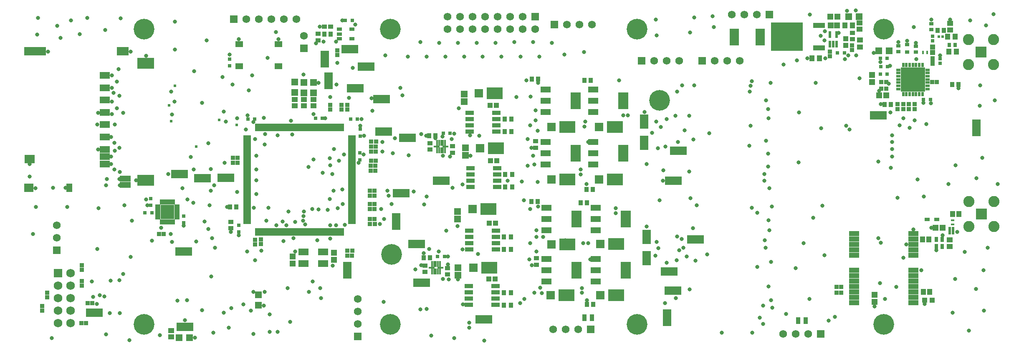
<source format=gts>
G04*
G04 #@! TF.GenerationSoftware,Altium Limited,Altium Designer,23.7.1 (13)*
G04*
G04 Layer_Color=8388736*
%FSLAX44Y44*%
%MOMM*%
G71*
G04*
G04 #@! TF.SameCoordinates,9AC6D79B-6B5E-4FBD-9D38-37E555C90168*
G04*
G04*
G04 #@! TF.FilePolarity,Negative*
G04*
G01*
G75*
%ADD19R,1.7800X3.4300*%
%ADD23R,3.4300X1.7800*%
%ADD25R,0.7000X0.6500*%
G04:AMPARAMS|DCode=29|XSize=1.1mm|YSize=0.6mm|CornerRadius=0.051mm|HoleSize=0mm|Usage=FLASHONLY|Rotation=0.000|XOffset=0mm|YOffset=0mm|HoleType=Round|Shape=RoundedRectangle|*
%AMROUNDEDRECTD29*
21,1,1.1000,0.4980,0,0,0.0*
21,1,0.9980,0.6000,0,0,0.0*
1,1,0.1020,0.4990,-0.2490*
1,1,0.1020,-0.4990,-0.2490*
1,1,0.1020,-0.4990,0.2490*
1,1,0.1020,0.4990,0.2490*
%
%ADD29ROUNDEDRECTD29*%
%ADD31R,1.1311X0.9121*%
%ADD32R,0.7000X0.7000*%
%ADD38R,0.6500X0.3500*%
%ADD49R,1.4562X1.3781*%
%ADD63R,0.9500X1.3500*%
%ADD64R,0.9000X0.7500*%
%ADD65R,0.9000X0.8000*%
%ADD66R,0.3500X0.6500*%
%ADD70R,0.6725X0.7154*%
%ADD71R,0.7500X0.9000*%
%ADD73R,0.5153X0.4725*%
%ADD80R,1.5500X1.3000*%
%ADD81R,0.7000X0.7000*%
%ADD90R,1.4032X1.4032*%
%ADD91R,1.4032X1.4032*%
%ADD92R,1.1532X1.0032*%
%ADD93R,1.1532X1.2532*%
%ADD94R,1.0032X0.7032*%
%ADD95R,0.8532X0.9032*%
%ADD96R,0.9032X0.8532*%
%ADD97R,1.5532X0.5532*%
%ADD98R,0.5532X1.5532*%
%ADD99R,1.0532X0.9532*%
%ADD100R,0.9532X1.0532*%
%ADD101R,2.1032X1.1532*%
%ADD102R,2.1032X3.4532*%
%ADD103R,1.0532X0.5532*%
%ADD104R,0.8032X1.0032*%
%ADD105R,1.0032X1.1532*%
%ADD106R,0.6282X0.5732*%
%ADD107R,2.0032X1.0032*%
%ADD108R,1.0032X1.0032*%
%ADD109R,0.9532X0.5032*%
%ADD110R,1.3032X1.1532*%
%ADD111R,2.0032X1.4032*%
%ADD112R,1.7282X0.8532*%
%ADD113R,3.3032X2.4032*%
%ADD114R,1.8032X3.0032*%
%ADD115R,1.7032X1.7232*%
%ADD116R,1.1032X1.0532*%
%ADD117R,1.2532X1.1032*%
%ADD118R,0.6032X1.4032*%
%ADD119R,2.4532X1.1032*%
%ADD120R,1.3032X1.3032*%
%ADD121R,1.0032X1.2032*%
%ADD122R,0.9032X1.1032*%
%ADD123R,0.4032X1.1532*%
%ADD124R,6.5032X5.7532*%
%ADD125R,1.9832X3.3532*%
%ADD126R,1.0532X1.1032*%
%ADD127R,1.1532X0.4032*%
%ADD128R,0.5032X0.9532*%
%ADD129R,0.8532X0.9532*%
%ADD130R,1.1532X1.3032*%
%ADD131R,1.0532X1.0532*%
%ADD132R,0.9432X0.9832*%
%ADD133R,0.9432X1.1232*%
%ADD134R,2.2032X1.2032*%
%ADD135R,1.3032X1.7032*%
%ADD136R,2.0732X1.8032*%
%ADD137R,1.2232X1.0432*%
%ADD138R,2.1532X1.4032*%
%ADD139R,2.8032X2.9032*%
%ADD140R,0.5532X1.0032*%
%ADD141R,1.2532X1.1532*%
%ADD142R,5.0032X5.0032*%
%ADD143R,2.4032X1.7532*%
%ADD144R,3.4032X2.3032*%
%ADD145R,1.8532X1.7032*%
%ADD146R,4.3732X1.7532*%
%ADD147R,1.5732X1.5732*%
%ADD148C,1.5732*%
%ADD149C,1.7532*%
%ADD150R,1.7532X1.7532*%
%ADD151C,2.2532*%
%ADD152R,2.2532X2.2532*%
%ADD153C,4.2032*%
%ADD154R,1.5732X1.5732*%
%ADD155C,0.8032*%
%ADD156C,0.6032*%
%ADD157C,0.7032*%
D19*
X1311910Y63500D02*
D03*
X617220Y589280D02*
D03*
X662940Y160020D02*
D03*
X624840Y544830D02*
D03*
X1939290Y449580D02*
D03*
X762000Y259080D02*
D03*
D23*
X416560Y347980D02*
D03*
X334010Y44450D02*
D03*
X853440Y341630D02*
D03*
X772160Y316230D02*
D03*
X1334770Y402590D02*
D03*
X814070Y134620D02*
D03*
X803910Y213360D02*
D03*
X668660Y609600D02*
D03*
X939800Y59690D02*
D03*
X369570Y346710D02*
D03*
X701040Y574040D02*
D03*
X331470Y198120D02*
D03*
X149860Y73660D02*
D03*
X1315720Y157480D02*
D03*
X1739900Y474980D02*
D03*
X1323340Y118110D02*
D03*
X736600Y441960D02*
D03*
X1369060Y222250D02*
D03*
X784860Y429260D02*
D03*
X679450Y529590D02*
D03*
X322580Y355600D02*
D03*
X732790Y508000D02*
D03*
X1324610Y341630D02*
D03*
D25*
X331470Y269640D02*
D03*
Y256140D02*
D03*
D29*
X672770Y649580D02*
D03*
X646770Y630580D02*
D03*
Y649580D02*
D03*
X672770Y630580D02*
D03*
X646770Y640080D02*
D03*
D31*
X616535Y655320D02*
D03*
X629345D02*
D03*
D32*
X659120Y668020D02*
D03*
X673120D02*
D03*
X266700Y276860D02*
D03*
X1758330Y590550D02*
D03*
Y558800D02*
D03*
X669910Y467360D02*
D03*
X1845960Y506730D02*
D03*
X1831960D02*
D03*
X1744330Y558800D02*
D03*
X1744980Y574040D02*
D03*
X1758980D02*
D03*
X1744330Y590550D02*
D03*
X846290Y187960D02*
D03*
X860290D02*
D03*
X252700Y276860D02*
D03*
X683910Y467360D02*
D03*
X871870Y438150D02*
D03*
X857870D02*
D03*
X475630Y467360D02*
D03*
X461630D02*
D03*
X598790Y468630D02*
D03*
X612790D02*
D03*
X1657350Y601980D02*
D03*
X1671350D02*
D03*
D38*
X1891030Y261620D02*
D03*
Y253120D02*
D03*
D49*
X886460Y279421D02*
D03*
X887730Y165121D02*
D03*
X900430Y518181D02*
D03*
X902970Y408961D02*
D03*
X887730Y149839D02*
D03*
X886460Y264139D02*
D03*
X902970Y393679D02*
D03*
X900430Y502899D02*
D03*
D63*
X1144390Y63500D02*
D03*
X1577580Y57150D02*
D03*
X1159390Y63500D02*
D03*
X1592580Y57150D02*
D03*
D64*
X1780540Y603950D02*
D03*
X1816100Y603600D02*
D03*
X1847850Y648970D02*
D03*
X1816100Y615600D02*
D03*
X1780540Y615950D02*
D03*
X1847850Y660970D02*
D03*
D65*
X1798320Y603370D02*
D03*
Y618370D02*
D03*
D66*
X1830900Y602900D02*
D03*
X1839400D02*
D03*
D70*
X1850390Y626054D02*
D03*
X1865630Y580684D02*
D03*
X1850390Y635626D02*
D03*
X1865630Y590256D02*
D03*
D71*
X1883760Y618140D02*
D03*
X1895760D02*
D03*
D73*
X1863090Y634650D02*
D03*
X1870661D02*
D03*
D80*
X444120Y574400D02*
D03*
X523620D02*
D03*
Y619400D02*
D03*
X444120D02*
D03*
D81*
X424180Y575310D02*
D03*
X264160Y305450D02*
D03*
Y291450D02*
D03*
X688340Y398160D02*
D03*
Y384160D02*
D03*
X443230Y251460D02*
D03*
Y237460D02*
D03*
X689610Y432420D02*
D03*
Y446420D02*
D03*
X424180Y589310D02*
D03*
D90*
X1740830Y605790D02*
D03*
X1761830D02*
D03*
X1700870Y675640D02*
D03*
X1679870D02*
D03*
X322240Y22860D02*
D03*
X343240D02*
D03*
D91*
X482600Y88560D02*
D03*
Y109560D02*
D03*
X556260Y521290D02*
D03*
X575310Y520360D02*
D03*
X594360D02*
D03*
X556260Y542290D02*
D03*
X575310Y541360D02*
D03*
X594360D02*
D03*
D92*
X1701800Y662740D02*
D03*
Y650240D02*
D03*
X306070Y24230D02*
D03*
Y36730D02*
D03*
X1884680Y208130D02*
D03*
Y221130D02*
D03*
X594360Y494130D02*
D03*
X575310D02*
D03*
X556260D02*
D03*
Y506630D02*
D03*
X575310D02*
D03*
X594360D02*
D03*
D93*
X1642480Y675640D02*
D03*
X1656980D02*
D03*
X1870340Y246380D02*
D03*
X1855840D02*
D03*
D94*
X1859120Y262890D02*
D03*
X1839120D02*
D03*
D95*
X54610Y104470D02*
D03*
Y113970D02*
D03*
X44450Y77800D02*
D03*
Y87300D02*
D03*
X124460Y160350D02*
D03*
Y169850D02*
D03*
Y128270D02*
D03*
Y137770D02*
D03*
X642620Y606730D02*
D03*
Y597230D02*
D03*
X1686560Y607390D02*
D03*
X1642110Y594690D02*
D03*
X628650Y486740D02*
D03*
X1779270Y487680D02*
D03*
X1802130D02*
D03*
X1813560D02*
D03*
X476250Y221920D02*
D03*
X487680Y222250D02*
D03*
X662940Y486740D02*
D03*
X651510Y496240D02*
D03*
X628650D02*
D03*
X1686560Y616890D02*
D03*
X476250Y212420D02*
D03*
X487680Y212750D02*
D03*
X651510Y486740D02*
D03*
X1790700Y487680D02*
D03*
X1642110Y604190D02*
D03*
X1813560Y497180D02*
D03*
X1802130D02*
D03*
X1790700D02*
D03*
X1779270D02*
D03*
X662940Y496240D02*
D03*
D96*
X123520Y52070D02*
D03*
X133020D02*
D03*
X1655470Y114300D02*
D03*
Y125730D02*
D03*
X440360Y378460D02*
D03*
X145720Y92710D02*
D03*
X711860Y421640D02*
D03*
X711530Y411480D02*
D03*
X710590Y372110D02*
D03*
X708990Y311150D02*
D03*
Y321310D02*
D03*
Y294640D02*
D03*
Y284480D02*
D03*
Y264160D02*
D03*
X709320Y254000D02*
D03*
X290500Y233680D02*
D03*
X1849450Y542290D02*
D03*
X430860Y378460D02*
D03*
X136220Y92710D02*
D03*
X720700Y401320D02*
D03*
Y382270D02*
D03*
X718490Y294640D02*
D03*
X718820Y254000D02*
D03*
X711200Y401320D02*
D03*
X710260Y361950D02*
D03*
X711200Y382270D02*
D03*
X440360Y388620D02*
D03*
X1858950Y542290D02*
D03*
X1664970Y114300D02*
D03*
Y125730D02*
D03*
X672770Y189230D02*
D03*
X673100Y199390D02*
D03*
X281000Y233680D02*
D03*
X663600Y199390D02*
D03*
X721360Y421640D02*
D03*
X719760Y361950D02*
D03*
X718490Y311150D02*
D03*
Y284480D02*
D03*
X721030Y411480D02*
D03*
X720090Y372110D02*
D03*
X718490Y321310D02*
D03*
Y264160D02*
D03*
X430860Y388620D02*
D03*
X663270Y189230D02*
D03*
D97*
X460170Y381670D02*
D03*
Y366670D02*
D03*
X672670Y256670D02*
D03*
Y416670D02*
D03*
Y411670D02*
D03*
Y366670D02*
D03*
Y311670D02*
D03*
Y316670D02*
D03*
Y301670D02*
D03*
Y286670D02*
D03*
Y291670D02*
D03*
Y281670D02*
D03*
Y276670D02*
D03*
X460170Y296670D02*
D03*
Y281670D02*
D03*
Y276670D02*
D03*
Y431670D02*
D03*
X672670Y406670D02*
D03*
Y271670D02*
D03*
Y361670D02*
D03*
Y371670D02*
D03*
Y306670D02*
D03*
X460170Y386670D02*
D03*
Y291670D02*
D03*
Y416670D02*
D03*
Y421670D02*
D03*
Y396670D02*
D03*
Y411670D02*
D03*
Y261670D02*
D03*
Y286670D02*
D03*
X672670Y426670D02*
D03*
X460170Y256670D02*
D03*
Y266670D02*
D03*
Y271670D02*
D03*
Y301670D02*
D03*
Y306670D02*
D03*
Y311670D02*
D03*
Y316670D02*
D03*
Y321670D02*
D03*
Y326670D02*
D03*
Y331670D02*
D03*
Y336670D02*
D03*
Y341670D02*
D03*
Y346670D02*
D03*
Y351670D02*
D03*
Y356670D02*
D03*
Y361670D02*
D03*
Y371670D02*
D03*
Y376670D02*
D03*
Y391670D02*
D03*
Y401670D02*
D03*
Y406670D02*
D03*
Y426670D02*
D03*
X672670Y431670D02*
D03*
Y421670D02*
D03*
Y401670D02*
D03*
Y396670D02*
D03*
Y391670D02*
D03*
Y386670D02*
D03*
Y381670D02*
D03*
Y376670D02*
D03*
Y356670D02*
D03*
Y351670D02*
D03*
Y346670D02*
D03*
Y341670D02*
D03*
Y336670D02*
D03*
Y331670D02*
D03*
Y326670D02*
D03*
Y321670D02*
D03*
Y296670D02*
D03*
Y266670D02*
D03*
Y261670D02*
D03*
D98*
X588920Y450420D02*
D03*
X593920D02*
D03*
X608920D02*
D03*
X613920D02*
D03*
X618920D02*
D03*
X633920D02*
D03*
X548920Y237920D02*
D03*
X573920D02*
D03*
X578920D02*
D03*
X638920Y450420D02*
D03*
X583920Y237920D02*
D03*
X533920D02*
D03*
X478920D02*
D03*
X483920D02*
D03*
X653920Y450420D02*
D03*
X578920D02*
D03*
X573920D02*
D03*
X568920D02*
D03*
X638920Y237920D02*
D03*
X593920D02*
D03*
X588920D02*
D03*
X523920D02*
D03*
X528920D02*
D03*
X598920D02*
D03*
X493920Y450420D02*
D03*
X623920D02*
D03*
X628920D02*
D03*
X563920Y237920D02*
D03*
X568920D02*
D03*
X603920D02*
D03*
X648920Y450420D02*
D03*
X643920D02*
D03*
X613920Y237920D02*
D03*
X608920D02*
D03*
X523920Y450420D02*
D03*
X528920D02*
D03*
X488920D02*
D03*
X478920D02*
D03*
X483920D02*
D03*
X498920D02*
D03*
X503920D02*
D03*
X508920D02*
D03*
X513920D02*
D03*
X518920D02*
D03*
X533920D02*
D03*
X538920D02*
D03*
X543920D02*
D03*
X548920D02*
D03*
X553920D02*
D03*
X558920D02*
D03*
X563920D02*
D03*
X583920D02*
D03*
X598920D02*
D03*
X603920D02*
D03*
X653920Y237920D02*
D03*
X633920D02*
D03*
X628920D02*
D03*
X623920D02*
D03*
X618920D02*
D03*
X558920D02*
D03*
X553920D02*
D03*
X543920D02*
D03*
X538920D02*
D03*
X518920D02*
D03*
X513920D02*
D03*
X508920D02*
D03*
X503920D02*
D03*
X498920D02*
D03*
X493920D02*
D03*
X488920D02*
D03*
X648920D02*
D03*
X643920D02*
D03*
D99*
X603890Y627230D02*
D03*
Y640230D02*
D03*
X1687830Y629620D02*
D03*
X1045210Y421790D02*
D03*
X1046480Y184150D02*
D03*
X876300Y411630D02*
D03*
X865990Y163980D02*
D03*
X830580Y404980D02*
D03*
X820420Y156060D02*
D03*
X1045210Y408790D02*
D03*
X1046480Y171150D02*
D03*
X426720Y257960D02*
D03*
X1687830Y642620D02*
D03*
X865990Y150980D02*
D03*
X820420Y169060D02*
D03*
X830580Y417980D02*
D03*
X876300Y398630D02*
D03*
X426720Y244960D02*
D03*
D100*
X629440Y640080D02*
D03*
X616440D02*
D03*
X1050440Y548640D02*
D03*
X1049170Y299720D02*
D03*
X1147930Y323850D02*
D03*
X1149200Y90170D02*
D03*
X1157120Y546100D02*
D03*
X1149500Y297180D02*
D03*
X830730Y185420D02*
D03*
X1765450Y496570D02*
D03*
X842160Y433070D02*
D03*
X1889610Y537210D02*
D03*
X1160930Y323850D02*
D03*
X1162200Y90170D02*
D03*
X1144120Y546100D02*
D03*
X1136500Y297180D02*
D03*
X1037440Y548640D02*
D03*
X1036170Y299720D02*
D03*
X438300Y288290D02*
D03*
X1752450Y496570D02*
D03*
X1902610Y537210D02*
D03*
X817730Y185420D02*
D03*
X829160Y433070D02*
D03*
X425300Y288290D02*
D03*
D101*
X1066760Y241160D02*
D03*
Y264160D02*
D03*
Y287160D02*
D03*
X1167173Y263890D02*
D03*
X1167110Y160020D02*
D03*
X1065510Y420510D02*
D03*
X1066760Y183020D02*
D03*
X1065510Y527190D02*
D03*
X1162030Y420510D02*
D03*
X1167110Y183020D02*
D03*
X1162030Y527190D02*
D03*
X1167173Y286890D02*
D03*
X1162030Y374510D02*
D03*
X1065510Y397510D02*
D03*
X1167110Y137020D02*
D03*
X1066760Y160020D02*
D03*
X1162030Y481190D02*
D03*
X1065510Y504190D02*
D03*
X1167173Y240890D02*
D03*
X1065510Y374510D02*
D03*
Y481190D02*
D03*
X1066760Y137020D02*
D03*
X1162030Y504190D02*
D03*
Y397510D02*
D03*
D102*
X1127760Y264160D02*
D03*
X1228173Y263890D02*
D03*
X1228110Y160020D02*
D03*
X1126510Y397510D02*
D03*
X1127760Y160020D02*
D03*
X1126510Y504190D02*
D03*
X1223030D02*
D03*
Y397510D02*
D03*
D103*
X318046Y285796D02*
D03*
X278546Y275796D02*
D03*
X318046Y270796D02*
D03*
Y290796D02*
D03*
X278546Y265796D02*
D03*
X318046D02*
D03*
Y275796D02*
D03*
Y280796D02*
D03*
X278546Y270796D02*
D03*
Y280796D02*
D03*
Y285796D02*
D03*
Y290796D02*
D03*
D104*
X1870010Y208280D02*
D03*
X1858010Y222280D02*
D03*
X1870010D02*
D03*
X1858010Y208280D02*
D03*
D105*
X1890880Y274320D02*
D03*
X1903880D02*
D03*
X1831190Y115570D02*
D03*
X1844190D02*
D03*
X1829920Y222250D02*
D03*
X1842920D02*
D03*
D106*
X1884680Y234950D02*
D03*
X1891440Y244950D02*
D03*
X1884680Y239950D02*
D03*
Y244950D02*
D03*
X1891440Y234950D02*
D03*
Y239950D02*
D03*
D107*
X1811020Y116090D02*
D03*
Y201090D02*
D03*
X1691020Y127090D02*
D03*
Y138090D02*
D03*
X1811020Y223090D02*
D03*
Y190090D02*
D03*
Y127090D02*
D03*
X1691020Y94090D02*
D03*
Y105090D02*
D03*
Y116090D02*
D03*
Y149090D02*
D03*
Y160090D02*
D03*
Y190090D02*
D03*
Y201090D02*
D03*
Y212090D02*
D03*
Y223090D02*
D03*
Y234090D02*
D03*
X1811020D02*
D03*
Y212090D02*
D03*
Y160090D02*
D03*
Y149090D02*
D03*
Y138090D02*
D03*
Y105090D02*
D03*
Y94090D02*
D03*
D108*
X1848999Y99059D02*
D03*
X1833999D02*
D03*
D109*
X1840040Y534820D02*
D03*
Y547820D02*
D03*
Y541320D02*
D03*
Y560820D02*
D03*
X1780540Y528320D02*
D03*
X1840040Y554320D02*
D03*
X1780540Y560820D02*
D03*
Y547820D02*
D03*
Y541320D02*
D03*
Y534820D02*
D03*
X1840040Y567320D02*
D03*
X1780540D02*
D03*
Y554320D02*
D03*
X1840040Y528320D02*
D03*
D110*
X636270Y195210D02*
D03*
X552450Y173090D02*
D03*
X1727200Y542660D02*
D03*
Y557160D02*
D03*
X636270Y180710D02*
D03*
X552450Y187590D02*
D03*
D111*
X614360Y197420D02*
D03*
X574360Y173420D02*
D03*
Y197420D02*
D03*
X614360Y173420D02*
D03*
D112*
X909510Y127487D02*
D03*
X910140Y240030D02*
D03*
X912680Y341630D02*
D03*
Y354330D02*
D03*
X909510Y114787D02*
D03*
Y102087D02*
D03*
X911410Y454660D02*
D03*
Y467360D02*
D03*
X910140Y227330D02*
D03*
Y214630D02*
D03*
X965650Y467360D02*
D03*
Y441960D02*
D03*
X964380Y227330D02*
D03*
Y201930D02*
D03*
X966920Y354330D02*
D03*
Y328930D02*
D03*
X963750Y114787D02*
D03*
Y89387D02*
D03*
X965650Y480060D02*
D03*
X964380Y240030D02*
D03*
X966920Y367030D02*
D03*
X963750Y127487D02*
D03*
X966920Y341630D02*
D03*
X963750Y102087D02*
D03*
X965650Y454660D02*
D03*
X964380Y214630D02*
D03*
X911410Y480060D02*
D03*
X912680Y367030D02*
D03*
X910140Y201930D02*
D03*
X909510Y89387D02*
D03*
X912680Y328930D02*
D03*
X911410Y441960D02*
D03*
D113*
X1208440Y109220D02*
D03*
Y213360D02*
D03*
X962060Y519430D02*
D03*
X949360Y284480D02*
D03*
X964600Y407670D02*
D03*
X951230Y165100D02*
D03*
X1109380Y344170D02*
D03*
X1108110Y109220D02*
D03*
X1109380Y450850D02*
D03*
Y212090D02*
D03*
X1205900Y450850D02*
D03*
Y344170D02*
D03*
D114*
X1270000Y184240D02*
D03*
X1264920Y419190D02*
D03*
X1270000Y227240D02*
D03*
X1264920Y462190D02*
D03*
D115*
X919030Y165100D02*
D03*
X917160Y284480D02*
D03*
X1173700Y344170D02*
D03*
X1176240Y109220D02*
D03*
X1173700Y450850D02*
D03*
X1176240Y213360D02*
D03*
X1077180Y344170D02*
D03*
Y450850D02*
D03*
X1075910Y109220D02*
D03*
X1077180Y212090D02*
D03*
X932400Y407670D02*
D03*
X929860Y519430D02*
D03*
D116*
X1673860Y630070D02*
D03*
Y617070D02*
D03*
D117*
X1703070Y628280D02*
D03*
Y613780D02*
D03*
D118*
X1655110Y638810D02*
D03*
X1642110D02*
D03*
Y619810D02*
D03*
X1648610D02*
D03*
X1655110D02*
D03*
D119*
X1620340Y657800D02*
D03*
Y612200D02*
D03*
D120*
X1643230Y657860D02*
D03*
X1656230D02*
D03*
D121*
X1672590D02*
D03*
X1620400Y590550D02*
D03*
X1898530Y604170D02*
D03*
X1883530D02*
D03*
X1895990Y634650D02*
D03*
X1880990D02*
D03*
X1687590Y657860D02*
D03*
X1605400Y590550D02*
D03*
D122*
X996330Y441960D02*
D03*
X995060Y201930D02*
D03*
X997600Y328930D02*
D03*
X995060Y88900D02*
D03*
X997600Y354330D02*
D03*
X995060Y114300D02*
D03*
X996330Y467360D02*
D03*
X995060Y227330D02*
D03*
X982330Y467360D02*
D03*
Y441960D02*
D03*
X981060Y227330D02*
D03*
Y201930D02*
D03*
X983600Y354330D02*
D03*
Y328930D02*
D03*
X981060Y114300D02*
D03*
Y88900D02*
D03*
D123*
X834900Y172480D02*
D03*
X849440Y403980D02*
D03*
X838900Y157480D02*
D03*
X849440Y418980D02*
D03*
X838900Y172480D02*
D03*
X845440Y418980D02*
D03*
Y403980D02*
D03*
X834900Y157480D02*
D03*
X853440Y418980D02*
D03*
X857440D02*
D03*
X861440D02*
D03*
Y403980D02*
D03*
X857440D02*
D03*
X853440D02*
D03*
X842900Y172480D02*
D03*
X846900D02*
D03*
X850900D02*
D03*
Y157480D02*
D03*
X846900D02*
D03*
X842900D02*
D03*
D124*
X1554340Y635000D02*
D03*
D125*
X1500620Y633730D02*
D03*
X1448320D02*
D03*
D126*
X965350Y495300D02*
D03*
X964080Y255270D02*
D03*
X966620Y382270D02*
D03*
X962810Y142240D02*
D03*
X953620Y382270D02*
D03*
X949810Y142240D02*
D03*
X952350Y495300D02*
D03*
X951080Y255270D02*
D03*
D127*
X862440Y411480D02*
D03*
X851900Y164980D02*
D03*
X844440Y411480D02*
D03*
X833900Y164980D02*
D03*
D128*
X1810290Y518070D02*
D03*
X1803790D02*
D03*
X1797290D02*
D03*
X1790790D02*
D03*
X1810290Y577570D02*
D03*
X1829790D02*
D03*
X1816790Y518070D02*
D03*
X1823290D02*
D03*
X1829790D02*
D03*
X1823290Y577570D02*
D03*
X1816790D02*
D03*
X1803790D02*
D03*
X1797290D02*
D03*
X1790790D02*
D03*
D129*
X1746250Y542290D02*
D03*
X1756250Y529290D02*
D03*
X1746250D02*
D03*
X1756250Y542290D02*
D03*
D130*
X1756040Y515620D02*
D03*
X1741540D02*
D03*
D131*
X1850390Y613730D02*
D03*
Y602230D02*
D03*
D132*
Y590020D02*
D03*
Y580220D02*
D03*
D133*
X1860700Y647350D02*
D03*
X1873100D02*
D03*
D134*
X212865Y333715D02*
D03*
Y345715D02*
D03*
D135*
X99165Y327215D02*
D03*
D136*
X18615Y385915D02*
D03*
D137*
X1885950Y648270D02*
D03*
Y661670D02*
D03*
D138*
X171215Y530665D02*
D03*
Y555665D02*
D03*
Y375665D02*
D03*
Y390665D02*
D03*
Y505665D02*
D03*
Y430665D02*
D03*
Y480665D02*
D03*
Y455665D02*
D03*
Y405665D02*
D03*
D139*
X298296Y278296D02*
D03*
D140*
X285796Y258296D02*
D03*
X290796D02*
D03*
X295796D02*
D03*
X300796D02*
D03*
X305796D02*
D03*
X310796D02*
D03*
X285796Y298296D02*
D03*
X290796D02*
D03*
X295796D02*
D03*
X300796D02*
D03*
X305796D02*
D03*
X310796D02*
D03*
D141*
X1732280Y110120D02*
D03*
Y95620D02*
D03*
D142*
X1810290Y547820D02*
D03*
D143*
X207465Y604965D02*
D03*
D144*
X254265Y580915D02*
D03*
Y342915D02*
D03*
D145*
X17515Y327215D02*
D03*
D146*
X30115Y604965D02*
D03*
D147*
X433070Y670560D02*
D03*
X1043940Y675640D02*
D03*
X1083310Y659130D02*
D03*
X1259840Y585470D02*
D03*
X1156970Y39370D02*
D03*
X1623060Y30480D02*
D03*
X1518920Y679450D02*
D03*
X1383030Y585470D02*
D03*
D148*
X458470Y670560D02*
D03*
X483870D02*
D03*
X509270D02*
D03*
X534670D02*
D03*
X560070D02*
D03*
X1018540Y675640D02*
D03*
X993140D02*
D03*
X967740D02*
D03*
X942340D02*
D03*
X916940D02*
D03*
X891540D02*
D03*
X866140D02*
D03*
Y650240D02*
D03*
X891540D02*
D03*
X916940D02*
D03*
X942340D02*
D03*
X967740D02*
D03*
X993140D02*
D03*
X1018540D02*
D03*
X1043940D02*
D03*
X575310Y636270D02*
D03*
X73660Y226060D02*
D03*
Y251460D02*
D03*
X1459230Y585470D02*
D03*
X1433830D02*
D03*
X1468120Y679450D02*
D03*
X1442720D02*
D03*
X1159510Y659130D02*
D03*
X1134110D02*
D03*
X1336040Y585470D02*
D03*
X1310640D02*
D03*
X1106170Y39370D02*
D03*
X1080770D02*
D03*
X1572260Y30480D02*
D03*
X1546860D02*
D03*
X1108710Y659130D02*
D03*
X1285240Y585470D02*
D03*
X1131570Y39370D02*
D03*
X1597660Y30480D02*
D03*
X684530Y76200D02*
D03*
Y101600D02*
D03*
X1493520Y679450D02*
D03*
X684530Y50800D02*
D03*
X1408430Y585470D02*
D03*
D149*
X101712Y52410D02*
D03*
Y77810D02*
D03*
Y103210D02*
D03*
Y128610D02*
D03*
Y154010D02*
D03*
X76312Y52410D02*
D03*
Y77810D02*
D03*
Y103210D02*
D03*
Y128610D02*
D03*
D150*
Y154010D02*
D03*
D151*
X1974850Y299720D02*
D03*
Y248920D02*
D03*
X1924050D02*
D03*
Y299720D02*
D03*
X1973580Y628650D02*
D03*
Y577850D02*
D03*
X1922780D02*
D03*
Y628650D02*
D03*
D152*
X1949450Y274320D02*
D03*
X1948180Y603250D02*
D03*
D153*
X753110Y191770D02*
D03*
X1296670Y505460D02*
D03*
X1250760Y649770D02*
D03*
Y49770D02*
D03*
X1750760D02*
D03*
Y649770D02*
D03*
X750760Y49770D02*
D03*
X250760D02*
D03*
X750760Y649770D02*
D03*
X250760D02*
D03*
D154*
X575310Y610870D02*
D03*
X73660Y200660D02*
D03*
X684530Y25400D02*
D03*
D155*
X439420Y318770D02*
D03*
X518160Y643890D02*
D03*
X1744980Y215900D02*
D03*
X1675130Y453390D02*
D03*
X1207770Y275590D02*
D03*
X1145540Y462280D02*
D03*
X1139190Y114300D02*
D03*
X1136650Y354330D02*
D03*
X1108710Y346710D02*
D03*
X1097280Y106680D02*
D03*
X1033780Y214630D02*
D03*
Y454660D02*
D03*
X352238Y564500D02*
D03*
X377638Y626730D02*
D03*
X410210Y552450D02*
D03*
X1403860Y676094D02*
D03*
X1406707Y654340D02*
D03*
X1358115Y643057D02*
D03*
X1367005Y673537D02*
D03*
X1731010Y601980D02*
D03*
X494030Y87630D02*
D03*
X824230Y81280D02*
D03*
X1307465Y92710D02*
D03*
X354330Y22860D02*
D03*
X1694180Y688340D02*
D03*
X1676400Y687070D02*
D03*
X1681480Y445770D02*
D03*
X1101090Y115570D02*
D03*
X1231900Y474980D02*
D03*
X1106170Y457200D02*
D03*
X1207770Y285750D02*
D03*
X1104900Y220980D02*
D03*
X1141730Y214630D02*
D03*
X1144270Y452120D02*
D03*
X1588770Y214630D02*
D03*
X1607820Y266700D02*
D03*
X1572260Y163830D02*
D03*
X1506220Y50800D02*
D03*
Y87630D02*
D03*
X1522730Y99060D02*
D03*
X1517650Y127000D02*
D03*
X1522730Y176530D02*
D03*
X1510030Y220980D02*
D03*
X1518920Y241300D02*
D03*
X1517650Y261620D02*
D03*
X1524000Y289560D02*
D03*
X1518920Y326390D02*
D03*
X1516380Y370840D02*
D03*
X1512570Y422910D02*
D03*
X1516577Y396424D02*
D03*
X1521460Y541020D02*
D03*
X1512570Y505460D02*
D03*
X1516380Y487680D02*
D03*
X1032510Y181610D02*
D03*
X1033780Y284480D02*
D03*
X1035050Y513080D02*
D03*
X1049020Y443230D02*
D03*
X1045210Y464820D02*
D03*
Y485140D02*
D03*
X1028700Y426720D02*
D03*
X1049020Y339090D02*
D03*
X1028700Y372110D02*
D03*
X1042670Y374650D02*
D03*
X1040130Y392430D02*
D03*
X1042670Y114300D02*
D03*
X1046480Y198120D02*
D03*
X1517650Y468630D02*
D03*
X1511300Y205740D02*
D03*
X1508760Y355600D02*
D03*
Y341630D02*
D03*
X1036320Y408940D02*
D03*
X1026160Y546100D02*
D03*
X1037590Y170180D02*
D03*
X1021080Y302260D02*
D03*
X1060450Y227330D02*
D03*
X1057910Y113030D02*
D03*
X1054100Y124460D02*
D03*
X1046480Y227330D02*
D03*
Y241300D02*
D03*
X1630680Y627380D02*
D03*
X1678940Y596900D02*
D03*
X1574800Y586740D02*
D03*
X633730Y168910D02*
D03*
X643890Y285750D02*
D03*
X257810Y292100D02*
D03*
X1899920Y237490D02*
D03*
X842109Y428396D02*
D03*
X896620Y334010D02*
D03*
X170180Y106680D02*
D03*
X161290Y109220D02*
D03*
X285750Y246380D02*
D03*
X373380Y259080D02*
D03*
X496570Y436880D02*
D03*
X548949Y463859D02*
D03*
X551180Y435610D02*
D03*
X685800Y378460D02*
D03*
X640080Y251460D02*
D03*
X628650D02*
D03*
X628886Y223756D02*
D03*
X604520Y283210D02*
D03*
X608330Y123190D02*
D03*
X154940Y91440D02*
D03*
X144780Y137160D02*
D03*
X147320Y105410D02*
D03*
X357125Y217978D02*
D03*
X476250Y180340D02*
D03*
X533774Y218814D02*
D03*
X393460Y332330D02*
D03*
X819257Y293275D02*
D03*
X863707Y239935D02*
D03*
X1837797Y457105D02*
D03*
X1812397Y653955D02*
D03*
X1958447Y657765D02*
D03*
X1973687Y680625D02*
D03*
X1926697Y667925D02*
D03*
X1945747Y493935D02*
D03*
X1976227Y505365D02*
D03*
X1947017Y535845D02*
D03*
X1950827Y388525D02*
D03*
X1982577Y335185D02*
D03*
X1939397Y346615D02*
D03*
X1896643Y373108D02*
D03*
X1882247Y335185D02*
D03*
X1820017Y344075D02*
D03*
X1832717Y309785D02*
D03*
X1779377Y307245D02*
D03*
X1962257Y205645D02*
D03*
X1915267Y196755D02*
D03*
X1953367Y159925D02*
D03*
X1924157Y36735D02*
D03*
X1954637Y77375D02*
D03*
X1938127Y121825D02*
D03*
X1896217Y142145D02*
D03*
X1891137Y73565D02*
D03*
X1484737Y32925D02*
D03*
X1270107Y375825D02*
D03*
X1296777Y302165D02*
D03*
X880217Y21495D02*
D03*
X609600Y102870D02*
D03*
X391267Y32925D02*
D03*
X283317Y27845D02*
D03*
X223627Y186595D02*
D03*
X266807Y219615D02*
D03*
X469900Y556260D02*
D03*
X203307Y671735D02*
D03*
X81280Y632460D02*
D03*
X102870Y668020D02*
D03*
X1290320Y637540D02*
D03*
X1289050Y669290D02*
D03*
X1103630Y598170D02*
D03*
X1422400Y33020D02*
D03*
X1358900Y306070D02*
D03*
X941070Y16510D02*
D03*
X833120Y26670D02*
D03*
X736600Y95250D02*
D03*
X770890Y530860D02*
D03*
X740410Y596900D02*
D03*
X501650Y591820D02*
D03*
X463550Y525780D02*
D03*
X459740Y198120D02*
D03*
X467360Y77470D02*
D03*
X472440Y30480D02*
D03*
X422910Y43180D02*
D03*
X63500Y21590D02*
D03*
X220980Y17780D02*
D03*
X173990Y29210D02*
D03*
X307340Y217170D02*
D03*
X208280Y152400D02*
D03*
X25400Y233680D02*
D03*
X210820Y292100D02*
D03*
X95250Y288290D02*
D03*
X31750D02*
D03*
X412750Y482600D02*
D03*
X368300Y500380D02*
D03*
X313690Y608330D02*
D03*
Y665480D02*
D03*
X135890Y673100D02*
D03*
X34290Y638810D02*
D03*
X74930Y656590D02*
D03*
X35560Y673100D02*
D03*
X171868Y647945D02*
D03*
X120359Y639506D02*
D03*
X812800Y436880D02*
D03*
X855980Y431800D02*
D03*
X1310640Y467360D02*
D03*
X1292860Y407670D02*
D03*
X1672590Y589280D02*
D03*
X1330960Y180340D02*
D03*
X697230Y433070D02*
D03*
X334010Y58420D02*
D03*
X654050Y294640D02*
D03*
X652780Y323850D02*
D03*
X1310640Y175260D02*
D03*
X1287780Y189230D02*
D03*
X1336040Y200660D02*
D03*
X656615Y394995D02*
D03*
X695960Y394970D02*
D03*
X472440Y461010D02*
D03*
X461010Y474980D02*
D03*
X553720Y224790D02*
D03*
X1652270Y64770D02*
D03*
X1499870Y63500D02*
D03*
X1639570Y57150D02*
D03*
X1553210Y71120D02*
D03*
X1600200Y101600D02*
D03*
X1631950Y646030D02*
D03*
X1659890Y642620D02*
D03*
X1480820Y453390D02*
D03*
Y534670D02*
D03*
X734060Y401320D02*
D03*
X618490Y468630D02*
D03*
X1744980Y497840D02*
D03*
X1831340Y500380D02*
D03*
X1764030Y575310D02*
D03*
X1347120Y444500D02*
D03*
X1753870Y101600D02*
D03*
X1341120Y223520D02*
D03*
X1294130Y204470D02*
D03*
X594360Y477520D02*
D03*
X574040Y557530D02*
D03*
X679450Y659130D02*
D03*
X871192Y391246D02*
D03*
X848360Y198120D02*
D03*
X868680Y140970D02*
D03*
X812800Y170180D02*
D03*
X635000Y321310D02*
D03*
X627380Y304800D02*
D03*
X1632898Y590513D02*
D03*
X1695450Y596900D02*
D03*
X1741540Y524580D02*
D03*
X1761561Y538675D02*
D03*
X1846580Y499110D02*
D03*
X1870710Y231140D02*
D03*
X1858010Y200660D02*
D03*
X1847850Y246380D02*
D03*
X1363980Y245110D02*
D03*
X1332230Y228600D02*
D03*
X1303020Y341630D02*
D03*
X1304290Y363220D02*
D03*
X1308190Y411341D02*
D03*
X1299210Y450850D02*
D03*
X1289720Y461610D02*
D03*
X1266190Y481330D02*
D03*
X880110Y437458D02*
D03*
X889000Y488950D02*
D03*
X774700Y515620D02*
D03*
X712470Y509270D02*
D03*
X713740Y483870D02*
D03*
X787400Y393700D02*
D03*
X759460Y427990D02*
D03*
X822960Y433070D02*
D03*
X857250Y392380D02*
D03*
X913130Y392430D02*
D03*
X857383Y142254D02*
D03*
X657898Y251816D02*
D03*
X623570Y282231D02*
D03*
X387350Y147320D02*
D03*
X350520Y297118D02*
D03*
X190500Y364490D02*
D03*
X191770Y402590D02*
D03*
X190500Y419100D02*
D03*
X185420Y477520D02*
D03*
X195580Y488950D02*
D03*
X189230Y520700D02*
D03*
X195580Y543560D02*
D03*
X299720Y355600D02*
D03*
X345440Y389890D02*
D03*
X328930Y326390D02*
D03*
X339090Y303530D02*
D03*
X383540Y292100D02*
D03*
X416560Y462280D02*
D03*
X557530Y257810D02*
D03*
X542290Y123190D02*
D03*
X811530Y80010D02*
D03*
X641350Y537210D02*
D03*
X584200Y369570D02*
D03*
X627380Y387350D02*
D03*
X473710Y287020D02*
D03*
X394970Y205740D02*
D03*
X381000Y417830D02*
D03*
X495300Y415290D02*
D03*
X307340Y476250D02*
D03*
X628650Y373380D02*
D03*
X532130Y259080D02*
D03*
X386080Y365760D02*
D03*
X577598Y252730D02*
D03*
X632460Y355600D02*
D03*
X613410Y358140D02*
D03*
X381000Y243840D02*
D03*
X594360Y384810D02*
D03*
X306070Y523240D02*
D03*
X457200Y445770D02*
D03*
X574059Y269881D02*
D03*
X439420Y468630D02*
D03*
X312420Y502920D02*
D03*
X388620Y224790D02*
D03*
X601980Y220980D02*
D03*
X519430Y251460D02*
D03*
X636270Y406400D02*
D03*
X575408Y278779D02*
D03*
X646430Y382270D02*
D03*
X494030Y469900D02*
D03*
X592022Y284480D02*
D03*
X573790Y260885D02*
D03*
X1764706Y480736D02*
D03*
X1783080Y454660D02*
D03*
X876300Y327660D02*
D03*
X801370Y161290D02*
D03*
X746760Y311150D02*
D03*
X744220Y321310D02*
D03*
X753110Y294640D02*
D03*
X797560Y320040D02*
D03*
X1342390Y535940D02*
D03*
X1548130Y577850D02*
D03*
X1483360Y544370D02*
D03*
X1005840Y511810D02*
D03*
X1143000Y603250D02*
D03*
X1623060Y636270D02*
D03*
X1214120Y546100D02*
D03*
X539750Y251460D02*
D03*
X543560Y279400D02*
D03*
X1601470Y679450D02*
D03*
X1596390Y590550D02*
D03*
X255270Y303530D02*
D03*
X331470Y250190D02*
D03*
X304800Y233680D02*
D03*
X499110Y260350D02*
D03*
X386080Y321310D02*
D03*
X886777Y249872D02*
D03*
X1797050Y212090D02*
D03*
X1811020Y242570D02*
D03*
X1827530Y160020D02*
D03*
X1732280Y86360D02*
D03*
X640080Y624840D02*
D03*
X652780Y668020D02*
D03*
X642620Y581660D02*
D03*
X607700Y655320D02*
D03*
X600080Y621030D02*
D03*
X615320Y624840D02*
D03*
X1744330Y582930D02*
D03*
X1790700Y185420D02*
D03*
X1776730Y125730D02*
D03*
X910590Y53340D02*
D03*
Y43180D02*
D03*
X1329690Y102870D02*
D03*
X91440Y327660D02*
D03*
X19050Y375920D02*
D03*
X200660Y345440D02*
D03*
X201930Y332740D02*
D03*
X689610Y453390D02*
D03*
X692150Y467360D02*
D03*
X1612900Y541020D02*
D03*
X1624330Y448310D02*
D03*
X1479550Y523240D02*
D03*
X1393410Y191550D02*
D03*
X1739900Y224790D02*
D03*
X1701800Y549910D02*
D03*
X928370Y192680D02*
D03*
X1397000Y438150D02*
D03*
X1332230Y523240D02*
D03*
X1578126Y378660D02*
D03*
X1579396Y480260D02*
D03*
X930910Y433070D02*
D03*
X1223010Y474980D02*
D03*
X1151406Y214830D02*
D03*
X1138706Y123390D02*
D03*
X1136166Y364690D02*
D03*
X1803400Y449580D02*
D03*
X1813560Y464820D02*
D03*
X1767840Y434340D02*
D03*
X674307Y571437D02*
D03*
X1767840Y406400D02*
D03*
X628650Y511810D02*
D03*
X414020Y378460D02*
D03*
X1765300Y368300D02*
D03*
X1050435Y541165D02*
D03*
X1017270Y340360D02*
D03*
X1050290Y289560D02*
D03*
X1013460Y92710D02*
D03*
X1525270Y83820D02*
D03*
X1483360Y287020D02*
D03*
X1148080Y335280D02*
D03*
X1151890Y420370D02*
D03*
X1155700Y181610D02*
D03*
X1149350Y99060D02*
D03*
X1630680Y190500D02*
D03*
X1626870Y290830D02*
D03*
X1328420Y473710D02*
D03*
X829310Y203200D02*
D03*
X728980Y254000D02*
D03*
X488950Y199390D02*
D03*
X505460Y69850D02*
D03*
X1767840Y420370D02*
D03*
X1790700Y468630D02*
D03*
X734060Y420370D02*
D03*
X875030Y426720D02*
D03*
X1281430Y439420D02*
D03*
X867410Y171450D02*
D03*
X731520Y284480D02*
D03*
X1344930Y205740D02*
D03*
X824230Y309880D02*
D03*
X1333500Y420370D02*
D03*
X737870Y264160D02*
D03*
X1290320Y217170D02*
D03*
X351790Y364490D02*
D03*
X1767840Y391160D02*
D03*
X666750Y510540D02*
D03*
X1098550Y345440D02*
D03*
X988060Y341630D02*
D03*
X1478619Y412690D02*
D03*
X1022350Y101600D02*
D03*
X1494790Y276860D02*
D03*
X1101090Y450850D02*
D03*
X1099820Y214630D02*
D03*
X1494790Y166370D02*
D03*
X185420Y530860D02*
D03*
Y556260D02*
D03*
X184150Y375920D02*
D03*
Y391160D02*
D03*
X185420Y502920D02*
D03*
X184150Y430530D02*
D03*
X430155Y537090D02*
D03*
X495300Y115570D02*
D03*
X472440D02*
D03*
X452120Y90170D02*
D03*
X427990Y82550D02*
D03*
X412750Y73660D02*
D03*
X368300Y78740D02*
D03*
X337820Y99060D02*
D03*
X318770Y97790D02*
D03*
X200660Y139700D02*
D03*
X182880Y138430D02*
D03*
X201930Y72390D02*
D03*
X181610D02*
D03*
X1743710Y133350D02*
D03*
X911860Y434340D02*
D03*
X1739900Y381000D02*
D03*
X1356360Y473710D02*
D03*
X1366520Y535940D02*
D03*
X1356360Y360680D02*
D03*
X1365250Y425450D02*
D03*
X1270000Y248920D02*
D03*
X897890Y90170D02*
D03*
X887730Y140970D02*
D03*
X896620Y201930D02*
D03*
X867410Y187960D02*
D03*
X817880Y194160D02*
D03*
X975997Y593723D02*
D03*
X937260Y594360D02*
D03*
X862330D02*
D03*
X811530Y623570D02*
D03*
X849630Y622300D02*
D03*
X887730D02*
D03*
X925830D02*
D03*
X963930D02*
D03*
X1002030Y623570D02*
D03*
X1040130D02*
D03*
X1078230Y622300D02*
D03*
X1357630Y120650D02*
D03*
X1351280Y187960D02*
D03*
X1369060Y179070D02*
D03*
X1371600Y292100D02*
D03*
X424180Y598170D02*
D03*
X1865630Y596900D02*
D03*
X1833880Y91440D02*
D03*
X523240Y629920D02*
D03*
X443230D02*
D03*
X585470Y115570D02*
D03*
X1885950Y669290D02*
D03*
X1847850D02*
D03*
X1816100Y622300D02*
D03*
X1798320Y626110D02*
D03*
X1780540Y623570D02*
D03*
X226060Y260350D02*
D03*
X156210Y203200D02*
D03*
X547370Y54610D02*
D03*
X521970Y34290D02*
D03*
X505460D02*
D03*
X557530Y198120D02*
D03*
X443230Y230490D02*
D03*
X502920Y287020D02*
D03*
X478861Y342751D02*
D03*
X478790Y392430D02*
D03*
X476250Y426720D02*
D03*
X521970Y434340D02*
D03*
X604520Y541020D02*
D03*
X235070Y342861D02*
D03*
X157480Y405130D02*
D03*
Y480060D02*
D03*
X255270Y595630D02*
D03*
X223520Y604520D02*
D03*
X30480Y326390D02*
D03*
X55880Y604520D02*
D03*
X1902460Y529590D02*
D03*
X593090Y137160D02*
D03*
X158750Y285750D02*
D03*
X173990Y332740D02*
D03*
X175260Y345440D02*
D03*
X201930Y359410D02*
D03*
X200660Y408940D02*
D03*
X199390Y568960D02*
D03*
X200660Y514350D02*
D03*
X208280Y480060D02*
D03*
X191770Y455930D02*
D03*
X156210D02*
D03*
X66040Y327660D02*
D03*
X19050Y350520D02*
D03*
X426720Y237490D02*
D03*
X419100Y288290D02*
D03*
X478790Y314960D02*
D03*
Y364490D02*
D03*
X755650Y397510D02*
D03*
X786130Y594360D02*
D03*
X824230D02*
D03*
X900430D02*
D03*
X1014730D02*
D03*
X1052830D02*
D03*
X1817370Y588960D02*
D03*
D156*
X438646Y455274D02*
D03*
X403086Y465434D02*
D03*
X313690Y534670D02*
D03*
X356870Y411480D02*
D03*
X302017Y495373D02*
D03*
X306250Y462938D02*
D03*
D157*
X303796Y283796D02*
D03*
Y272796D02*
D03*
X292796D02*
D03*
Y283796D02*
D03*
X1793790Y564320D02*
D03*
X1804790D02*
D03*
X1815790D02*
D03*
X1826790D02*
D03*
X1793790Y553320D02*
D03*
X1804790D02*
D03*
X1815790D02*
D03*
X1826790D02*
D03*
X1793790Y542320D02*
D03*
X1804790D02*
D03*
X1815790D02*
D03*
X1826790D02*
D03*
X1793790Y531320D02*
D03*
X1804790D02*
D03*
X1815790D02*
D03*
X1826790D02*
D03*
M02*

</source>
